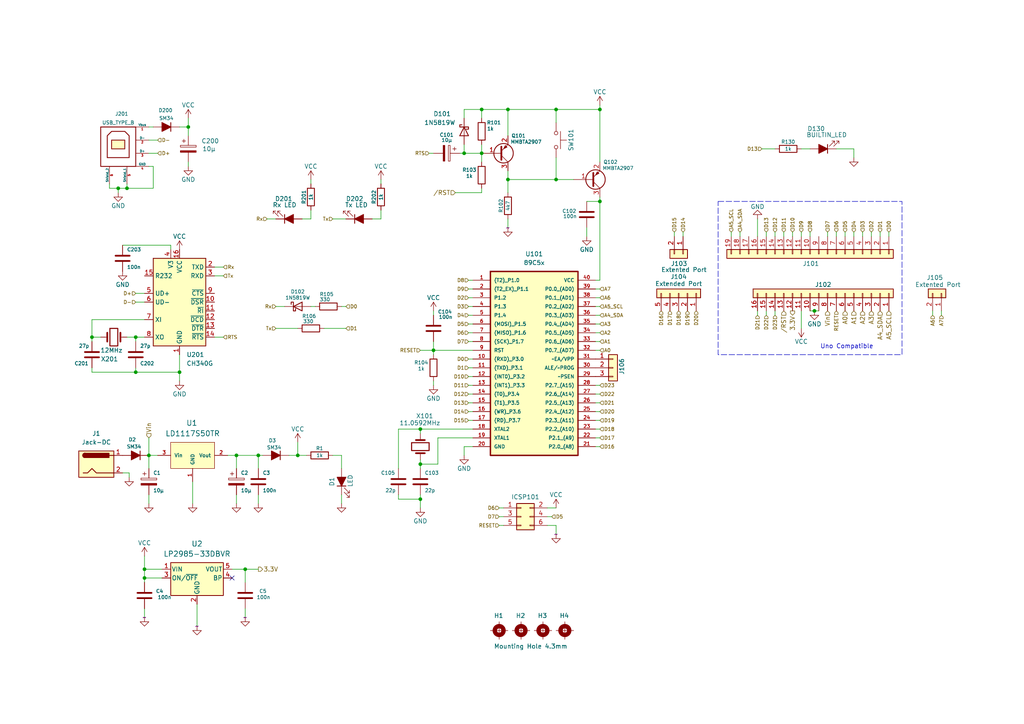
<source format=kicad_sch>
(kicad_sch (version 20231120) (generator "eeschema") (generator_version "8.0")
  (paper "A4")
  (title_block (title "Ardui89 Cinque Uno") (date "2024-06-18") (rev "1") (company "C. BARBATO") (comment 1 "A892407"))
  (junction (at 161.29 52.07))
  (junction (at 43.18 132.08))
  (junction (at 68.58 132.08))
  (junction (at 236.22 90.17))
  (junction (at 125.73 101.6))
  (junction (at 139.7 31.75))
  (junction (at 139.7 44.45))
  (junction (at 39.37 107.95))
  (junction (at 161.29 31.75))
  (junction (at 52.07 107.95))
  (junction (at 173.99 31.75))
  (junction (at 39.37 97.79))
  (junction (at 26.67 97.79))
  (junction (at 121.92 144.78))
  (junction (at 54.61 36.83))
  (junction (at 147.32 52.07))
  (junction (at 41.91 165.1))
  (junction (at 74.93 132.08))
  (junction (at 134.62 44.45))
  (junction (at 121.92 134.62))
  (junction (at 41.91 167.64))
  (junction (at 121.92 124.46))
  (junction (at 71.12 165.1))
  (junction (at 34.29 54.61))
  (junction (at 36.83 54.61))
  (junction (at 173.99 58.42))
  (junction (at 86.36 132.08))
  (junction (at 147.32 31.75))
  (no_connect (at 67.31 167.64))
  (wire (pts (xy 74.93 143.51) (xy 74.93 146.05)))
  (wire (pts (xy 43.18 132.08) (xy 43.18 135.89)))
  (wire (pts (xy 125.73 110.49) (xy 125.73 111.76)))
  (wire (pts (xy 195.58 68.58) (xy 195.58 67.31)))
  (wire (pts (xy 144.78 152.4) (xy 146.05 152.4)))
  (wire (pts (xy 39.37 107.95) (xy 39.37 106.68)))
  (wire (pts (xy 147.32 31.75) (xy 161.29 31.75)))
  (wire (pts (xy 173.99 93.98) (xy 172.72 93.98)))
  (wire (pts (xy 124.46 44.45) (xy 125.73 44.45)))
  (wire (pts (xy 161.29 52.07) (xy 166.37 52.07)))
  (wire (pts (xy 115.57 124.46) (xy 121.92 124.46)))
  (wire (pts (xy 161.29 31.75) (xy 161.29 35.56)))
  (wire (pts (xy 242.57 67.31) (xy 242.57 68.58)))
  (wire (pts (xy 173.99 83.82) (xy 172.72 83.82)))
  (wire (pts (xy 252.73 67.31) (xy 252.73 68.58)))
  (wire (pts (xy 161.29 31.75) (xy 173.99 31.75)))
  (wire (pts (xy 39.37 97.79) (xy 36.83 97.79)))
  (wire (pts (xy 135.89 106.68) (xy 137.16 106.68)))
  (wire (pts (xy 173.99 88.9) (xy 172.72 88.9)))
  (wire (pts (xy 173.99 31.75) (xy 173.99 46.99)))
  (wire (pts (xy 147.32 31.75) (xy 147.32 39.37)))
  (wire (pts (xy 173.99 101.6) (xy 172.72 101.6)))
  (wire (pts (xy 26.67 92.71) (xy 26.67 97.79)))
  (wire (pts (xy 121.92 133.35) (xy 121.92 134.62)))
  (wire (pts (xy 39.37 85.09) (xy 41.91 85.09)))
  (wire (pts (xy 41.91 161.29) (xy 41.91 165.1)))
  (wire (pts (xy 110.49 60.96) (xy 110.49 63.5)))
  (wire (pts (xy 240.03 67.31) (xy 240.03 68.58)))
  (wire (pts (xy 173.99 96.52) (xy 172.72 96.52)))
  (wire (pts (xy 43.18 44.45) (xy 45.72 44.45)))
  (wire (pts (xy 121.92 143.51) (xy 121.92 144.78)))
  (wire (pts (xy 88.9 132.08) (xy 86.36 132.08)))
  (wire (pts (xy 37.465 138.43) (xy 37.465 137.16)))
  (wire (pts (xy 110.49 52.07) (xy 110.49 53.34)))
  (wire (pts (xy 219.71 63.5) (xy 219.71 68.58)))
  (wire (pts (xy 90.17 88.9) (xy 91.44 88.9)))
  (wire (pts (xy 250.19 67.31) (xy 250.19 68.58)))
  (wire (pts (xy 62.23 97.79) (xy 64.77 97.79)))
  (wire (pts (xy 36.83 54.61) (xy 44.45 54.61)))
  (wire (pts (xy 139.7 31.75) (xy 139.7 34.29)))
  (wire (pts (xy 232.41 43.18) (xy 234.95 43.18)))
  (wire (pts (xy 99.06 132.08) (xy 99.06 135.89)))
  (wire (pts (xy 219.71 91.44) (xy 219.71 90.17)))
  (wire (pts (xy 41.91 167.64) (xy 41.91 168.91)))
  (wire (pts (xy 43.18 48.26) (xy 44.45 48.26)))
  (wire (pts (xy 96.52 63.5) (xy 100.33 63.5)))
  (wire (pts (xy 125.73 90.17) (xy 125.73 91.44)))
  (wire (pts (xy 247.65 67.31) (xy 247.65 68.58)))
  (wire (pts (xy 41.91 165.1) (xy 41.91 167.64)))
  (wire (pts (xy 121.92 134.62) (xy 121.92 135.89)))
  (wire (pts (xy 80.01 95.25) (xy 86.36 95.25)))
  (wire (pts (xy 41.91 167.64) (xy 46.99 167.64)))
  (wire (pts (xy 245.11 67.31) (xy 245.11 68.58)))
  (wire (pts (xy 139.7 44.45) (xy 143.51 44.45)))
  (wire (pts (xy 71.12 176.53) (xy 71.12 179.07)))
  (wire (pts (xy 90.17 52.07) (xy 90.17 53.34)))
  (wire (pts (xy 121.92 134.62) (xy 127 134.62)))
  (wire (pts (xy 115.57 144.78) (xy 115.57 143.51)))
  (wire (pts (xy 139.7 46.99) (xy 139.7 44.45)))
  (wire (pts (xy 144.78 149.86) (xy 146.05 149.86)))
  (wire (pts (xy 158.75 147.32) (xy 161.29 147.32)))
  (wire (pts (xy 34.29 55.88) (xy 34.29 54.61)))
  (wire (pts (xy 43.18 127) (xy 43.18 132.08)))
  (wire (pts (xy 26.67 97.79) (xy 26.67 99.06)))
  (wire (pts (xy 99.06 143.51) (xy 99.06 146.05)))
  (wire (pts (xy 39.37 97.79) (xy 39.37 99.06)))
  (wire (pts (xy 232.41 67.31) (xy 232.41 68.58)))
  (wire (pts (xy 74.93 132.08) (xy 76.2 132.08)))
  (wire (pts (xy 173.99 99.06) (xy 172.72 99.06)))
  (wire (pts (xy 137.16 114.3) (xy 135.89 114.3)))
  (wire (pts (xy 121.92 144.78) (xy 121.92 147.32)))
  (wire (pts (xy 135.89 93.98) (xy 137.16 93.98)))
  (wire (pts (xy 121.92 124.46) (xy 137.16 124.46)))
  (wire (pts (xy 52.07 110.49) (xy 52.07 107.95)))
  (wire (pts (xy 49.53 71.12) (xy 49.53 72.39)))
  (wire (pts (xy 198.12 68.58) (xy 198.12 67.31)))
  (wire (pts (xy 214.63 67.31) (xy 214.63 68.58)))
  (wire (pts (xy 134.62 31.75) (xy 139.7 31.75)))
  (wire (pts (xy 125.73 101.6) (xy 125.73 102.87)))
  (wire (pts (xy 62.23 77.47) (xy 64.77 77.47)))
  (wire (pts (xy 212.09 67.31) (xy 212.09 68.58)))
  (wire (pts (xy 43.18 36.83) (xy 44.45 36.83)))
  (wire (pts (xy 158.75 149.86) (xy 160.02 149.86)))
  (wire (pts (xy 35.56 71.12) (xy 49.53 71.12)))
  (wire (pts (xy 45.72 40.64) (xy 43.18 40.64)))
  (wire (pts (xy 135.89 104.14) (xy 137.16 104.14)))
  (wire (pts (xy 134.62 34.29) (xy 134.62 31.75)))
  (wire (pts (xy 67.31 165.1) (xy 71.12 165.1)))
  (wire (pts (xy 68.58 132.08) (xy 74.93 132.08)))
  (wire (pts (xy 125.73 99.06) (xy 125.73 101.6)))
  (wire (pts (xy 247.65 45.72) (xy 247.65 43.18)))
  (wire (pts (xy 121.92 144.78) (xy 115.57 144.78)))
  (wire (pts (xy 173.99 121.92) (xy 172.72 121.92)))
  (wire (pts (xy 39.37 97.79) (xy 41.91 97.79)))
  (wire (pts (xy 139.7 31.75) (xy 147.32 31.75)))
  (wire (pts (xy 66.04 132.08) (xy 68.58 132.08)))
  (wire (pts (xy 173.99 114.3) (xy 172.72 114.3)))
  (wire (pts (xy 147.32 52.07) (xy 147.32 55.88)))
  (wire (pts (xy 37.465 137.16) (xy 35.56 137.16)))
  (wire (pts (xy 137.16 116.84) (xy 135.89 116.84)))
  (wire (pts (xy 135.89 86.36) (xy 137.16 86.36)))
  (wire (pts (xy 135.89 81.28) (xy 137.16 81.28)))
  (wire (pts (xy 134.62 129.54) (xy 134.62 132.08)))
  (wire (pts (xy 134.62 129.54) (xy 137.16 129.54)))
  (wire (pts (xy 135.89 99.06) (xy 137.16 99.06)))
  (wire (pts (xy 173.99 30.48) (xy 173.99 31.75)))
  (wire (pts (xy 161.29 152.4) (xy 161.29 154.94)))
  (wire (pts (xy 173.99 81.28) (xy 172.72 81.28)))
  (wire (pts (xy 132.08 55.88) (xy 139.7 55.88)))
  (wire (pts (xy 137.16 127) (xy 127 127)))
  (wire (pts (xy 137.16 121.92) (xy 135.89 121.92)))
  (wire (pts (xy 31.75 54.61) (xy 34.29 54.61)))
  (wire (pts (xy 55.88 146.05) (xy 55.88 139.7)))
  (wire (pts (xy 270.51 90.17) (xy 270.51 91.44)))
  (wire (pts (xy 222.25 68.58) (xy 222.25 67.31)))
  (wire (pts (xy 82.55 88.9) (xy 80.01 88.9)))
  (wire (pts (xy 173.99 86.36) (xy 172.72 86.36)))
  (wire (pts (xy 173.99 129.54) (xy 172.72 129.54)))
  (wire (pts (xy 99.06 88.9) (xy 100.33 88.9)))
  (wire (pts (xy 127 127) (xy 127 134.62)))
  (wire (pts (xy 71.12 165.1) (xy 74.93 165.1)))
  (wire (pts (xy 43.18 132.08) (xy 45.72 132.08)))
  (wire (pts (xy 139.7 55.88) (xy 139.7 54.61)))
  (wire (pts (xy 39.37 107.95) (xy 26.67 107.95)))
  (wire (pts (xy 257.81 67.31) (xy 257.81 68.58)))
  (wire (pts (xy 52.07 102.87) (xy 52.07 107.95)))
  (wire (pts (xy 247.65 43.18) (xy 242.57 43.18)))
  (wire (pts (xy 115.57 135.89) (xy 115.57 124.46)))
  (wire (pts (xy 86.36 128.27) (xy 86.36 132.08)))
  (wire (pts (xy 43.18 143.51) (xy 43.18 146.05)))
  (wire (pts (xy 236.22 90.17) (xy 237.49 90.17)))
  (wire (pts (xy 134.62 44.45) (xy 139.7 44.45)))
  (wire (pts (xy 227.33 68.58) (xy 227.33 67.31)))
  (wire (pts (xy 173.99 119.38) (xy 172.72 119.38)))
  (wire (pts (xy 222.25 91.44) (xy 222.25 90.17)))
  (wire (pts (xy 57.15 175.26) (xy 57.15 181.61)))
  (wire (pts (xy 137.16 88.9) (xy 135.89 88.9)))
  (wire (pts (xy 134.62 41.91) (xy 134.62 44.45)))
  (wire (pts (xy 31.75 53.34) (xy 31.75 54.61)))
  (wire (pts (xy 137.16 119.38) (xy 135.89 119.38)))
  (wire (pts (xy 170.18 66.04) (xy 170.18 68.58)))
  (wire (pts (xy 224.79 68.58) (xy 224.79 67.31)))
  (wire (pts (xy 234.95 90.17) (xy 236.22 90.17)))
  (wire (pts (xy 80.01 63.5) (xy 77.47 63.5)))
  (wire (pts (xy 110.49 63.5) (xy 107.95 63.5)))
  (wire (pts (xy 68.58 143.51) (xy 68.58 146.05)))
  (wire (pts (xy 54.61 34.29) (xy 54.61 36.83)))
  (wire (pts (xy 36.83 53.34) (xy 36.83 54.61)))
  (wire (pts (xy 39.37 87.63) (xy 41.91 87.63)))
  (wire (pts (xy 52.07 36.83) (xy 54.61 36.83)))
  (wire (pts (xy 158.75 152.4) (xy 161.29 152.4)))
  (wire (pts (xy 224.79 43.18) (xy 220.98 43.18)))
  (wire (pts (xy 147.32 49.53) (xy 147.32 52.07)))
  (wire (pts (xy 39.37 107.95) (xy 52.07 107.95)))
  (wire (pts (xy 137.16 111.76) (xy 135.89 111.76)))
  (wire (pts (xy 173.99 58.42) (xy 173.99 81.28)))
  (wire (pts (xy 229.87 67.31) (xy 229.87 68.58)))
  (wire (pts (xy 125.73 101.6) (xy 137.16 101.6)))
  (wire (pts (xy 234.95 67.31) (xy 234.95 68.58)))
  (wire (pts (xy 34.29 54.61) (xy 36.83 54.61)))
  (wire (pts (xy 147.32 52.07) (xy 161.29 52.07)))
  (wire (pts (xy 161.29 45.72) (xy 161.29 52.07)))
  (wire (pts (xy 44.45 48.26) (xy 44.45 54.61)))
  (wire (pts (xy 224.79 91.44) (xy 224.79 90.17)))
  (wire (pts (xy 41.91 176.53) (xy 41.91 179.07)))
  (wire (pts (xy 135.89 83.82) (xy 137.16 83.82)))
  (wire (pts (xy 121.92 101.6) (xy 125.73 101.6)))
  (wire (pts (xy 147.32 63.5) (xy 147.32 66.04)))
  (wire (pts (xy 173.99 57.15) (xy 173.99 58.42)))
  (wire (pts (xy 273.05 90.17) (xy 273.05 91.44)))
  (wire (pts (xy 41.91 165.1) (xy 46.99 165.1)))
  (wire (pts (xy 62.23 80.01) (xy 64.77 80.01)))
  (wire (pts (xy 74.93 132.08) (xy 74.93 135.89)))
  (wire (pts (xy 170.18 58.42) (xy 173.99 58.42)))
  (wire (pts (xy 54.61 46.99) (xy 54.61 48.26)))
  (wire (pts (xy 173.99 116.84) (xy 172.72 116.84)))
  (wire (pts (xy 86.36 132.08) (xy 83.82 132.08)))
  (wire (pts (xy 96.52 132.08) (xy 99.06 132.08)))
  (wire (pts (xy 133.35 44.45) (xy 134.62 44.45)))
  (wire (pts (xy 26.67 107.95) (xy 26.67 106.68)))
  (wire (pts (xy 173.99 127) (xy 172.72 127)))
  (wire (pts (xy 135.89 96.52) (xy 137.16 96.52)))
  (wire (pts (xy 232.41 90.17) (xy 232.41 95.25)))
  (wire (pts (xy 90.17 63.5) (xy 87.63 63.5)))
  (wire (pts (xy 29.21 97.79) (xy 26.67 97.79)))
  (wire (pts (xy 139.7 41.91) (xy 139.7 44.45)))
  (wire (pts (xy 135.89 91.44) (xy 137.16 91.44)))
  (wire (pts (xy 144.78 147.32) (xy 146.05 147.32)))
  (wire (pts (xy 93.98 95.25) (xy 100.33 95.25)))
  (wire (pts (xy 54.61 36.83) (xy 54.61 39.37)))
  (wire (pts (xy 71.12 165.1) (xy 71.12 168.91)))
  (wire (pts (xy 90.17 60.96) (xy 90.17 63.5)))
  (wire (pts (xy 68.58 132.08) (xy 68.58 135.89)))
  (wire (pts (xy 173.99 91.44) (xy 172.72 91.44)))
  (wire (pts (xy 26.67 92.71) (xy 41.91 92.71)))
  (wire (pts (xy 173.99 111.76) (xy 172.72 111.76)))
  (wire (pts (xy 135.89 109.22) (xy 137.16 109.22)))
  (wire (pts (xy 255.27 67.31) (xy 255.27 68.58)))
  (wire (pts (xy 121.92 125.73) (xy 121.92 124.46)))
  (wire (pts (xy 173.99 124.46) (xy 172.72 124.46)))
  (rectangle (start 208.28 58.42) (end 261.62 102.87) (stroke (width 0) (type dash)))
  (text "Uno Compatible" (at 245.618 100.584 0) (effects (font (size 1.27 1.27))))
  (hierarchical_label "D6" (shape input) (at 144.78 147.32 180) (effects (font (size 1.016 1.016))))
  (hierarchical_label "A5_SCL" (shape input) (at 173.99 88.9 0) (effects (font (size 1.016 1.016))))
  (hierarchical_label "{slash}RST" (shape input) (at 227.33 90.17 270))
  (hierarchical_label "D7" (shape input) (at 240.03 67.31 90) (effects (font (size 1.016 1.016))))
  (hierarchical_label "D16" (shape input) (at 191.77 90.17 270) (effects (font (size 1.016 1.016))))
  (hierarchical_label "D8" (shape input) (at 234.95 67.31 90) (effects (font (size 1.016 1.016))))
  (hierarchical_label "A3" (shape input) (at 252.73 90.17 270))
  (hierarchical_label "D6" (shape input) (at 242.57 67.31 90) (effects (font (size 1.016 1.016))))
  (hierarchical_label "D14" (shape input) (at 135.89 119.38 180) (effects (font (size 1.016 1.016))))
  (hierarchical_label "D+" (shape input) (at 45.72 44.45 0) (effects (font (size 1.016 1.016))))
  (hierarchical_label "D19" (shape input) (at 199.39 90.17 270) (effects (font (size 1.016 1.016))))
  (hierarchical_label "Tx" (shape input) (at 80.01 95.25 180) (effects (font (size 1.016 1.016))))
  (hierarchical_label "D4" (shape input) (at 247.65 67.31 90) (effects (font (size 1.016 1.016))))
  (hierarchical_label "Rx" (shape input) (at 77.47 63.5 180) (effects (font (size 1.016 1.016))))
  (hierarchical_label "A6" (shape input) (at 270.51 91.44 270) (effects (font (size 1.016 1.016))))
  (hierarchical_label "D3" (shape input) (at 250.19 67.31 90) (effects (font (size 1.016 1.016))))
  (hierarchical_label "D23" (shape input) (at 173.99 111.76 0) (effects (font (size 1.016 1.016))))
  (hierarchical_label "D23" (shape input) (at 224.79 91.44 270) (effects (font (size 1.016 1.016))))
  (hierarchical_label "D2" (shape input) (at 252.73 67.31 90) (effects (font (size 1.016 1.016))))
  (hierarchical_label "D13" (shape input) (at 220.98 43.18 180) (effects (font (size 1.016 1.016))))
  (hierarchical_label "D10" (shape input) (at 135.89 109.22 180) (effects (font (size 1.016 1.016))))
  (hierarchical_label "D11" (shape input) (at 135.89 111.76 180) (effects (font (size 1.016 1.016))))
  (hierarchical_label "D21" (shape input) (at 173.99 116.84 0) (effects (font (size 1.016 1.016))))
  (hierarchical_label "D+" (shape input) (at 39.37 85.09 180) (effects (font (size 1.016 1.016))))
  (hierarchical_label "D-" (shape input) (at 45.72 40.64 0) (effects (font (size 1.016 1.016))))
  (hierarchical_label "D22" (shape input) (at 173.99 114.3 0) (effects (font (size 1.016 1.016))))
  (hierarchical_label "D9" (shape input) (at 232.41 67.31 90) (effects (font (size 1.016 1.016))))
  (hierarchical_label "D1" (shape input) (at 135.89 106.68 180) (effects (font (size 1.016 1.016))))
  (hierarchical_label "A5_SCL" (shape input) (at 257.81 90.17 270))
  (hierarchical_label "RTS" (shape input) (at 124.46 44.45 180) (effects (font (size 1.016 1.016))))
  (hierarchical_label "{slash}RST" (shape input) (at 132.08 55.88 180))
  (hierarchical_label "D10" (shape input) (at 229.87 67.31 90) (effects (font (size 1.016 1.016))))
  (hierarchical_label "Tx" (shape input) (at 64.77 80.01 0) (effects (font (size 1.016 1.016))))
  (hierarchical_label "A1" (shape input) (at 247.65 90.17 270))
  (hierarchical_label "D12" (shape input) (at 135.89 114.3 180) (effects (font (size 1.016 1.016))))
  (hierarchical_label "D19" (shape input) (at 173.99 121.92 0) (effects (font (size 1.016 1.016))))
  (hierarchical_label "Tx" (shape input) (at 96.52 63.5 180) (effects (font (size 1.016 1.016))))
  (hierarchical_label "D11" (shape input) (at 227.33 67.31 90) (effects (font (size 1.016 1.016))))
  (hierarchical_label "A7" (shape input) (at 173.99 83.82 0) (effects (font (size 1.016 1.016))))
  (hierarchical_label "D12" (shape input) (at 224.79 67.31 90) (effects (font (size 1.016 1.016))))
  (hierarchical_label "Vin" (shape input) (at 240.03 90.17 270))
  (hierarchical_label "D17" (shape input) (at 173.99 127 0) (effects (font (size 1.016 1.016))))
  (hierarchical_label "D0" (shape input) (at 257.81 67.31 90) (effects (font (size 1.016 1.016))))
  (hierarchical_label "RTS" (shape input) (at 64.77 97.79 0) (effects (font (size 1.016 1.016))))
  (hierarchical_label "A0" (shape input) (at 173.99 101.6 0) (effects (font (size 1.016 1.016))))
  (hierarchical_label "A4_SDA" (shape input) (at 173.99 91.44 0) (effects (font (size 1.016 1.016))))
  (hierarchical_label "D20" (shape input) (at 173.99 119.38 0) (effects (font (size 1.016 1.016))))
  (hierarchical_label "D9" (shape input) (at 135.89 83.82 180) (effects (font (size 1.016 1.016))))
  (hierarchical_label "D0" (shape input) (at 100.33 88.9 0) (effects (font (size 1.016 1.016))))
  (hierarchical_label "D7" (shape input) (at 135.89 99.06 180) (effects (font (size 1.016 1.016))))
  (hierarchical_label "D1" (shape input) (at 100.33 95.25 0) (effects (font (size 1.016 1.016))))
  (hierarchical_label "D13" (shape input) (at 222.25 67.31 90) (effects (font (size 1.016 1.016))))
  (hierarchical_label "3.3V" (shape output) (at 74.93 165.1 0))
  (hierarchical_label "3.3V" (shape output) (at 229.87 90.17 270))
  (hierarchical_label "D21" (shape input) (at 219.71 91.44 270) (effects (font (size 1.016 1.016))))
  (hierarchical_label "A0" (shape input) (at 245.11 90.17 270))
  (hierarchical_label "D16" (shape input) (at 173.99 129.54 0) (effects (font (size 1.016 1.016))))
  (hierarchical_label "D1" (shape input) (at 255.27 67.31 90) (effects (font (size 1.016 1.016))))
  (hierarchical_label "D7" (shape input) (at 144.78 149.86 180) (effects (font (size 1.016 1.016))))
  (hierarchical_label "A5_SCL" (shape input) (at 212.09 67.31 90) (effects (font (size 1.016 1.016))))
  (hierarchical_label "RESET" (shape input) (at 242.57 90.17 270) (effects (font (size 1.016 1.016))))
  (hierarchical_label "A4_SDA" (shape input) (at 214.63 67.31 90) (effects (font (size 1.016 1.016))))
  (hierarchical_label "D20" (shape input) (at 201.93 90.17 270) (effects (font (size 1.016 1.016))))
  (hierarchical_label "A2" (shape input) (at 250.19 90.17 270))
  (hierarchical_label "D18" (shape input) (at 196.85 90.17 270) (effects (font (size 1.016 1.016))))
  (hierarchical_label "D6" (shape input) (at 135.89 96.52 180) (effects (font (size 1.016 1.016))))
  (hierarchical_label "D5" (shape input) (at 135.89 93.98 180) (effects (font (size 1.016 1.016))))
  (hierarchical_label "D5" (shape input) (at 245.11 67.31 90) (effects (font (size 1.016 1.016))))
  (hierarchical_label "A1" (shape input) (at 173.99 99.06 0) (effects (font (size 1.016 1.016))))
  (hierarchical_label "Rx" (shape input) (at 64.77 77.47 0) (effects (font (size 1.016 1.016))))
  (hierarchical_label "D2" (shape input) (at 135.89 86.36 180) (effects (font (size 1.016 1.016))))
  (hierarchical_label "D3" (shape input) (at 135.89 88.9 180) (effects (font (size 1.016 1.016))))
  (hierarchical_label "D18" (shape input) (at 173.99 124.46 0) (effects (font (size 1.016 1.016))))
  (hierarchical_label "Vin" (shape input) (at 43.18 127 90))
  (hierarchical_label "D17" (shape input) (at 194.31 90.17 270) (effects (font (size 1.016 1.016))))
  (hierarchical_label "D8" (shape input) (at 135.89 81.28 180) (effects (font (size 1.016 1.016))))
  (hierarchical_label "D15" (shape input) (at 195.58 67.31 90) (effects (font (size 1.016 1.016))))
  (hierarchical_label "A3" (shape input) (at 173.99 93.98 0) (effects (font (size 1.016 1.016))))
  (hierarchical_label "D22" (shape input) (at 222.25 91.44 270) (effects (font (size 1.016 1.016))))
  (hierarchical_label "D15" (shape input) (at 135.89 121.92 180) (effects (font (size 1.016 1.016))))
  (hierarchical_label "D13" (shape input) (at 135.89 116.84 180) (effects (font (size 1.016 1.016))))
  (hierarchical_label "D14" (shape input) (at 198.12 67.31 90) (effects (font (size 1.016 1.016))))
  (hierarchical_label "RESET" (shape input) (at 144.78 152.4 180) (effects (font (size 1.016 1.016))))
  (hierarchical_label "D5" (shape input) (at 160.02 149.86 0) (effects (font (size 1.016 1.016))))
  (hierarchical_label "A7" (shape input) (at 273.05 91.44 270) (effects (font (size 1.016 1.016))))
  (hierarchical_label "Rx" (shape input) (at 80.01 88.9 180) (effects (font (size 1.016 1.016))))
  (hierarchical_label "A6" (shape input) (at 173.99 86.36 0) (effects (font (size 1.016 1.016))))
  (hierarchical_label "D-" (shape input) (at 39.37 87.63 180) (effects (font (size 1.016 1.016))))
  (hierarchical_label "A2" (shape input) (at 173.99 96.52 0) (effects (font (size 1.016 1.016))))
  (hierarchical_label "A4_SDA" (shape input) (at 255.27 90.17 270))
  (hierarchical_label "D4" (shape input) (at 135.89 91.44 180) (effects (font (size 1.016 1.016))))
  (hierarchical_label "RESET" (shape input) (at 121.92 101.6 180) (effects (font (size 1.016 1.016))))
  (hierarchical_label "D0" (shape input) (at 135.89 104.14 180) (effects (font (size 1.016 1.016))))
  (symbol (lib_id "Device:LED_Filled") (at 104.14 63.5 0) (mirror x) (unit 1)
    (property "Reference" "D202" (at 102.87 57.658 0))
    (property "Value" "Tx LED" (at 103.378 59.436 0))
    (property "Footprint" "Diode_SMD:D_1206_3216Metric_Pad1.42x1.75mm_HandSolder" (effects (hide yes)))
    (property "Datasheet" "http://www.osram-os.com/Graphics/XPic9/00078860_0.pdf" (effects (hide yes)))
    (property "Description" "Power On Green LED" (effects (hide yes)))
    (property "Characteristics" "LED CHIPLED 570NM GREEN" (effects (hide yes)))
    (property "MFN" "OSRAM Opto" (effects (hide yes)))
    (property "Package ID" "SMD_0805" (effects (hide yes)))
    (property "Source" "ANY" (effects (hide yes)))
    (property "Critical" "N" (effects (hide yes)))
    (property "Subsystem" "Voltage_Reg" (effects (hide yes)))
    (property "MPN" "LG R971-KN-1" (effects (hide yes)))
  )
  (symbol (lib_id "Connector_Generic:Conn_01x02") (at 198.12 73.66 270) (unit 1)
    (property "Reference" "J103" (at 194.564 76.454 90) (effects (justify left)))
    (property "Value" "Extented Port" (at 191.77 78.232 90) (effects (justify left)))
    (property "Footprint" "Connector_PinSocket_2.54mm:PinSocket_1x02_P2.54mm_Vertical" (effects (hide yes)))
    (property "Description" "Generic connector, single row, 01x02, script generated (kicad-library-utils/schlib/autogen/connector/)" (effects (hide yes)))
  )
  (symbol (lib_id "power:GND") (at 134.62 132.08 0) (unit 1)
    (property "Reference" "#PWR0202" (effects (hide yes)))
    (property "Value" "GND" (at 134.62 135.89 0))
  )
  (symbol (lib_id "power:VCC") (at 173.99 30.48 0) (unit 1)
    (property "Reference" "#PWR0102" (effects (hide yes)))
    (property "Value" "VCC" (at 173.99 26.67 0))
  )
  (symbol (lib_id "Connector_Generic:Conn_01x05") (at 196.85 85.09 270) (mirror x) (unit 1)
    (property "Reference" "J104" (at 196.85 80.264 90))
    (property "Value" "Extended Port" (at 196.85 82.296 90))
    (property "Footprint" "Connector_PinSocket_2.54mm:PinSocket_1x05_P2.54mm_Vertical" (effects (hide yes)))
    (property "Description" "Generic connector, single row, 01x05, script generated (kicad-library-utils/schlib/autogen/connector/)" (effects (hide yes)))
  )
  (symbol (lib_name "MountingHole_1") (lib_id "Mechanical:MountingHole") (at 157.48 182.88 0) (unit 1)
    (property "Reference" "H3" (at 155.956 178.562 0) (effects (justify left)))
    (property "Value" "MountingHole" (effects (hide yes)))
    (property "Footprint" "MountingHole:MountingHole_4.3mm_M4_DIN965" (effects (hide yes)))
  )
  (symbol (lib_id "Device:C_Polarized") (at 129.54 44.45 270) (unit 1)
    (property "Reference" "C101" (at 127.508 39.116 90) (effects (font (size 1.016 1.016)) (justify left)))
    (property "Value" "10µ" (at 128.016 40.64 90) (effects (font (size 1.016 1.016)) (justify left)))
    (property "Footprint" "BACKCIEL:C_1206_POL_3216Metric_Pad1.33x1.80mm_HandSolder" (effects (hide yes)))
  )
  (symbol (lib_id "Device:C") (at 26.67 102.87 0) (unit 1)
    (property "Reference" "C201" (at 21.59 105.41 0) (effects (font (size 1.016 1.016)) (justify left)))
    (property "Value" "27p" (at 22.86 100.33 0) (effects (font (size 1.016 1.016)) (justify left)))
    (property "Footprint" "Capacitor_SMD:C_1206_3216Metric_Pad1.33x1.80mm_HandSolder" (effects (hide yes)))
    (property "Datasheet" "http://images.ihscontent.net/vipimages/VipMasterIC/IC/KEME/KEMES10043/KEMES10043-1.pdf" (effects (hide yes)))
    (property "Description" "ATMEGA328P VCC and AVCC Bypass Cap" (effects (hide yes)))
    (property "Characteristics" "CAPACITOR, CERAMIC, MULTILAYER, 100 V, X7R, 0.1 uF, SURFACE MOUNT, 0805, CHIP, ROHS COMPLIANT" (effects (hide yes)))
    (property "MFN" "Kemet" (effects (hide yes)))
    (property "Package ID" "SMD_0805" (effects (hide yes)))
    (property "Source" "ANY" (effects (hide yes)))
    (property "Critical" "N" (effects (hide yes)))
    (property "Subsystem" "328P_Sub" (effects (hide yes)))
    (property "MPN" "C0805C104K1RACAUTO" (effects (hide yes)))
  )
  (symbol (lib_id "Arduino_Uno_R3_From_Scratch-rescue:GND-power") (at 161.29 154.94 0) (unit 1)
    (property "Reference" "#PWR016" (effects (hide yes)))
    (property "Value" "GND" (effects (hide yes)))
    (property "Footprint" "~" (at 161.29 154.94 0) (effects (font (size 1.524 1.524))))
    (property "Datasheet" "~" (at 161.29 154.94 0) (effects (font (size 1.524 1.524))))
    (property "Source" "ANY" (effects (hide yes)))
    (property "Critical" "N" (effects (hide yes)))
  )
  (symbol (lib_id "Device:C") (at 71.12 172.72 0) (unit 1)
    (property "Reference" "C5" (at 75.184 171.45 0) (effects (font (size 1.016 1.016)) (justify left)))
    (property "Value" "100n" (at 74.422 173.228 0) (effects (font (size 1.016 1.016)) (justify left)))
    (property "Footprint" "Capacitor_SMD:C_1206_3216Metric_Pad1.33x1.80mm_HandSolder" (effects (hide yes)))
    (property "Datasheet" "http://product.tdk.com/en/catalog/datasheets/mlcc_commercial_general_en.pdf" (effects (hide yes)))
    (property "Description" "2.2uF 3V3 LDO Output Cap" (effects (hide yes)))
    (property "Characteristics" "CAP CER 2.2UF 16V X7R 0805" (effects (hide yes)))
    (property "MFN" "TDK Corporation" (effects (hide yes)))
    (property "Package ID" "SMD_0805" (effects (hide yes)))
    (property "Source" "ANY" (effects (hide yes)))
    (property "Critical" "Y" (effects (hide yes)))
    (property "Subsystem" "Voltage_Mgmt" (effects (hide yes)))
    (property "Notes" "Must be between 0.001 and 1Ω ESR" (effects (hide yes)))
    (property "MPN" "C2012X7R1C225K125AB" (effects (hide yes)))
  )
  (symbol (lib_id "Device:Crystal") (at 33.02 97.79 180) (unit 1)
    (property "Reference" "X201" (at 34.29 104.14 0) (effects (justify left)))
    (property "Value" "12MHz" (at 35.56 101.6 0) (effects (justify left)))
    (property "Footprint" "Crystal:Crystal_HC49-4H_Vertical" (effects (hide yes)))
  )
  (symbol (lib_id "Device:R") (at 228.6 43.18 270) (unit 1)
    (property "Reference" "R130" (at 228.6 41.148 90) (effects (font (size 1.016 1.016))))
    (property "Value" "1k" (at 228.6 43.18 90) (effects (font (size 1.016 1.016))))
    (property "Footprint" "Resistor_SMD:R_1206_3216Metric_Pad1.30x1.75mm_HandSolder" (effects (hide yes)))
    (property "Datasheet" "http://www.yageo.com/pdf/Pu-RC0805_51_PbFree_L_2.pdf" (effects (hide yes)))
    (property "Description" "Power On LED Resistor" (effects (hide yes)))
    (property "Characteristics" "RESISTOR, METAL GLAZE/THICK FILM, 0.125W, 1%, 100ppm, 510ohm, SURFACE MOUNT, 0805" (effects (hide yes)))
    (property "MFN" "Yageo" (effects (hide yes)))
    (property "Package ID" "SMD_0805" (effects (hide yes)))
    (property "Source" "ANY" (effects (hide yes)))
    (property "Critical" "N" (effects (hide yes)))
    (property "Subsystem" "Voltage_Reg" (effects (hide yes)))
    (property "MPN" "RC0805FR-07510RL" (effects (hide yes)))
  )
  (symbol (lib_id "power:VCC") (at 54.61 34.29 0) (unit 1)
    (property "Reference" "#PWR01" (effects (hide yes)))
    (property "Value" "VCC" (at 54.61 30.48 0))
  )
  (symbol (lib_id "power:GND") (at 170.18 68.58 0) (unit 1)
    (property "Reference" "#PWR021" (effects (hide yes)))
    (property "Value" "GND" (at 170.18 72.39 0))
  )
  (symbol (lib_id "Arduino_Uno_R3_From_Scratch-rescue:GND-power") (at 147.32 66.04 0) (unit 1)
    (property "Reference" "#PWR0104" (effects (hide yes)))
    (property "Value" "GND" (effects (hide yes)))
    (property "Footprint" "~" (at 147.32 66.04 0) (effects (font (size 1.524 1.524))))
    (property "Datasheet" "~" (at 147.32 66.04 0) (effects (font (size 1.524 1.524))))
    (property "Source" "ANY" (effects (hide yes)))
    (property "Critical" "N" (effects (hide yes)))
  )
  (symbol (lib_id "Arduino_Uno_R3_From_Scratch-rescue:GND-power") (at 71.12 179.07 0) (unit 1)
    (property "Reference" "#PWR017" (effects (hide yes)))
    (property "Value" "GND" (effects (hide yes)))
    (property "Footprint" "~" (at 71.12 179.07 0) (effects (font (size 1.524 1.524))))
    (property "Datasheet" "~" (at 71.12 179.07 0) (effects (font (size 1.524 1.524))))
    (property "Source" "ANY" (effects (hide yes)))
    (property "Critical" "N" (effects (hide yes)))
  )
  (symbol (lib_id "Arduino_Uno_R3_From_Scratch-rescue:GND-power") (at 99.06 146.05 0) (unit 1)
    (property "Reference" "#PWR012" (effects (hide yes)))
    (property "Value" "GND" (effects (hide yes)))
    (property "Source" "ANY" (effects (hide yes)))
    (property "Critical" "N" (effects (hide yes)))
  )
  (symbol (lib_id "Arduino_Uno_R3_From_Scratch:USB_TYPE_B") (at 34.29 41.91 0) (unit 1)
    (property "Reference" "J201" (at 35.306 33.02 0) (effects (font (size 1.016 1.016))))
    (property "Value" "USB_TYPE_B" (at 34.29 35.56 0) (effects (font (size 1.016 1.016))))
    (property "Footprint" "Connector_USB:USB_B_Lumberg_2411_02_Horizontal" (effects (hide yes)))
    (property "Datasheet" "http://images.ihscontent.net/vipimages/VipMasterIC/IC/TYEL/TYELS17825/TYELS17825-1.pdf" (effects (hide yes)))
    (property "Description" "USB Type-B Connector" (effects (hide yes)))
    (property "Characteristics" "4 CONTACT(S), FEMALE, RIGHT ANGLE USB TYPE-B CONNECTOR" (effects (hide yes)))
    (property "MFN" "TE Connectivity" (effects (hide yes)))
    (property "Package ID" "PTH" (effects (hide yes)))
    (property "Source" "ANY" (effects (hide yes)))
    (property "Critical" "Y" (effects (hide yes)))
    (property "Subsystem" "USB_Cnxn" (effects (hide yes)))
    (property "Notes" "Must match footprint" (effects (hide yes)))
    (property "MPN" "292304-1" (effects (hide yes)))
  )
  (symbol (lib_id "power:VCC") (at 52.07 72.39 0) (unit 1)
    (property "Reference" "#PWR0204" (effects (hide yes)))
    (property "Value" "VCC" (at 52.07 68.58 0))
  )
  (symbol (lib_id "power:GND") (at 54.61 48.26 0) (unit 1)
    (property "Reference" "#PWR0101" (effects (hide yes)))
    (property "Value" "GND" (at 54.61 52.07 0))
  )
  (symbol (lib_id "Device:C_Polarized") (at 43.18 139.7 0) (unit 1)
    (property "Reference" "C1" (at 44.45 137.16 0) (effects (font (size 1.016 1.016)) (justify left)))
    (property "Value" "10µ" (at 44.45 142.24 0) (effects (font (size 1.016 1.016)) (justify left)))
    (property "Footprint" "BACKCIEL:C_2512_Pol_Tantale_Trainning" (effects (hide yes)))
    (property "Datasheet" "http://images.ihscontent.net/vipimages/VipMasterIC/IC/BEYS/BEYSS04513/BEYSS04513-1.pdf" (effects (hide yes)))
    (property "Description" "47uF Low ESR LDO Input Cap" (effects (hide yes)))
    (property "Characteristics" "CAPACITOR, ALUMINUM ELECTROLYTIC, NON SOLID, POLARIZED, 50 V, 47 uF, SURFACE MOUNT, 3131, CHIP, ROHS COMPLIANT" (effects (hide yes)))
    (property "MFN" "Vishay" (effects (hide yes)))
    (property "Package ID" "SMD 5.0 x 5.0 x 5.3" (effects (hide yes)))
    (property "Source" "ANY" (effects (hide yes)))
    (property "Critical" "N" (effects (hide yes)))
    (property "Subsystem" "Voltage_Reg" (effects (hide yes)))
    (property "Notes" "ESR must fall between 0.33Ω and 22Ω" (effects (hide yes)))
    (property "MPN" "MAL215371479E3" (effects (hide yes)))
  )
  (symbol (lib_id "Connector_Generic:Conn_01x16") (at 240.03 85.09 270) (mirror x) (unit 1)
    (property "Reference" "J102" (at 238.76 82.55 90))
    (property "Value" "Conn_01x16" (effects (hide yes)))
    (property "Footprint" "BACKCIEL:Ardu89_Uno_Analog_Power_Connector" (effects (hide yes)))
    (property "Description" "Generic connector, single row, 01x16, script generated (kicad-library-utils/schlib/autogen/connector/)" (effects (hide yes)))
  )
  (symbol (lib_id "BACKCIEL:89C5x") (at 154.94 111.76 0) (unit 1)
    (property "Reference" "U101" (at 154.94 73.66 0))
    (property "Value" "89C5x" (at 154.94 76.2 0))
    (property "Footprint" "Package_DIP:DIP-40_W15.24mm_LongPads" (effects (hide yes)))
    (property "MF" "Cyril BARBATO" (effects (hide yes)))
    (property "Description_1" "\n8051 series Microcontroller IC 8-Bit 24MHz 8KB (8K x 8) FLASH 40-PDIP\n" (effects (hide yes)))
    (property "Package" "DIP-40" (effects (hide yes)))
    (property "Price" "None" (effects (hide yes)))
    (property "Check_prices" "https://www.snapeda.com/parts/AT89S5224PC/Microchip/view-part/?ref=eda" (effects (hide yes)))
    (property "SnapEDA_Link" "https://www.snapeda.com/parts/AT89S5224PC/Microchip/view-part/?ref=snap" (effects (hide yes)))
    (property "MP" "89C5x" (effects (hide yes)))
    (property "Availability" "In Stock" (effects (hide yes)))
    (property "Purchase-URL" "https://pricing.snapeda.com/search?q=AT89S52-24PC&ref=eda" (effects (hide yes)))
  )
  (symbol (lib_id "Device:C") (at 170.18 62.23 0) (unit 1)
    (property "Reference" "C102" (at 163.068 61.214 0) (effects (font (size 1.016 1.016)) (justify left)))
    (property "Value" "100n" (at 163.322 62.738 0) (effects (font (size 1.016 1.016)) (justify left)))
    (property "Footprint" "Capacitor_SMD:C_1206_3216Metric_Pad1.33x1.80mm_HandSolder" (effects (hide yes)))
    (property "Datasheet" "http://images.ihscontent.net/vipimages/VipMasterIC/IC/KEME/KEMES10043/KEMES10043-1.pdf" (effects (hide yes)))
    (property "Description" "ATMEGA328P VCC and AVCC Bypass Cap" (effects (hide yes)))
    (property "Characteristics" "CAPACITOR, CERAMIC, MULTILAYER, 100 V, X7R, 0.1 uF, SURFACE MOUNT, 0805, CHIP, ROHS COMPLIANT" (effects (hide yes)))
    (property "MFN" "Kemet" (effects (hide yes)))
    (property "Package ID" "SMD_0805" (effects (hide yes)))
    (property "Source" "ANY" (effects (hide yes)))
    (property "Critical" "N" (effects (hide yes)))
    (property "Subsystem" "328P_Sub" (effects (hide yes)))
    (property "MPN" "C0805C104K1RACAUTO" (effects (hide yes)))
  )
  (symbol (lib_id "Interface_USB:CH340G") (at 52.07 87.63 0) (unit 1)
    (property "Reference" "U201" (at 54.0894 102.87 0) (effects (justify left)))
    (property "Value" "CH340G" (at 54.0894 105.41 0) (effects (justify left)))
    (property "Footprint" "Package_SO:SOIC-16_3.9x9.9mm_P1.27mm" (effects (hide yes)))
    (property "Datasheet" "http://www.datasheet5.com/pdf-local-2195953" (effects (hide yes)))
  )
  (symbol (lib_id "Diode:1N5819") (at 134.62 38.1 90) (mirror x) (unit 1)
    (property "Reference" "D101" (at 130.81 33.02 90) (effects (justify left)))
    (property "Value" "1N5819W" (at 132.08 35.56 90) (effects (justify left)))
    (property "Footprint" "Diode_SMD:D_1206_3216Metric_Pad1.42x1.75mm_HandSolder" (effects (hide yes)))
    (property "Datasheet" "http://www.vishay.com/docs/88525/1n5817.pdf" (effects (hide yes)))
    (property "Description" "40V 1A Schottky Barrier Rectifier Diode, DO-41" (effects (hide yes)))
  )
  (symbol (lib_id "Device:LED_Filled") (at 238.76 43.18 180) (unit 1)
    (property "Reference" "D130" (at 236.728 37.338 0))
    (property "Value" "BUILTIN_LED" (at 239.776 39.116 0))
    (property "Footprint" "Diode_SMD:D_1206_3216Metric_Pad1.42x1.75mm_HandSolder" (effects (hide yes)))
    (property "Datasheet" "http://www.osram-os.com/Graphics/XPic9/00078860_0.pdf" (effects (hide yes)))
    (property "Description" "Power On Green LED" (effects (hide yes)))
    (property "Characteristics" "LED CHIPLED 570NM GREEN" (effects (hide yes)))
    (property "MFN" "OSRAM Opto" (effects (hide yes)))
    (property "Package ID" "SMD_0805" (effects (hide yes)))
    (property "Source" "ANY" (effects (hide yes)))
    (property "Critical" "N" (effects (hide yes)))
    (property "Subsystem" "Voltage_Reg" (effects (hide yes)))
    (property "MPN" "LG R971-KN-1" (effects (hide yes)))
  )
  (symbol (lib_id "Device:D_Filled") (at 80.01 132.08 180) (unit 1)
    (property "Reference" "D3" (at 78.994 127.762 0) (effects (font (size 1.016 1.016))))
    (property "Value" "SM34" (at 79.502 129.794 0) (effects (font (size 1.016 1.016))))
    (property "Footprint" "Diode_SMD:D_MELF" (effects (hide yes)))
    (property "Datasheet" "http://www.onsemi.com/pub_link/Collateral/MRA4003T3-D.PDF" (effects (hide yes)))
    (property "Description" "Reverse Voltage Protection Diode" (effects (hide yes)))
    (property "Characteristics" "1A, 1000V, SILICON, SIGNAL DIODE, ROHS COMPLIANT, COMPACT, PLASTIC, CASE 403D-02, SMA, 2 PIN" (effects (hide yes)))
    (property "MFN" "ON Semi" (effects (hide yes)))
    (property "Package ID" "R-PDSO-J2" (effects (hide yes)))
    (property "Source" "ANY" (effects (hide yes)))
    (property "Critical" "N" (effects (hide yes)))
    (property "Subsystem" "Voltage_Reg" (effects (hide yes)))
    (property "MPN" "MRA4007T3G" (effects (hide yes)))
  )
  (symbol (lib_name "GND_14") (lib_id "power:GND") (at 34.29 55.88 0) (unit 1)
    (property "Reference" "#PWR014" (effects (hide yes)))
    (property "Value" "GND" (at 34.29 59.69 0))
  )
  (symbol (lib_name "MountingHole_1") (lib_id "Mechanical:MountingHole") (at 151.13 182.88 0) (unit 1)
    (property "Reference" "H2" (at 149.606 178.562 0) (effects (justify left)))
    (property "Value" "MountingHole" (effects (hide yes)))
    (property "Footprint" "MountingHole:MountingHole_4.3mm_M4_DIN965" (effects (hide yes)))
    (property "Datasheet" "  (layer \"F.Cu\")" (effects (hide yes)))
  )
  (symbol (lib_id "power:VCC") (at 86.36 128.27 0) (unit 1)
    (property "Reference" "#PWR011" (effects (hide yes)))
    (property "Value" "VCC" (at 86.36 124.46 0))
  )
  (symbol (lib_id "Device:R") (at 125.73 106.68 180) (unit 1)
    (property "Reference" "R104" (at 122.174 105.156 0) (effects (font (size 1.016 1.016))))
    (property "Value" "1k" (at 122.174 106.934 0) (effects (font (size 1.016 1.016))))
    (property "Footprint" "Resistor_SMD:R_1206_3216Metric_Pad1.30x1.75mm_HandSolder" (effects (hide yes)))
    (property "Datasheet" "http://images.ihscontent.net/vipimages/VipMasterIC/IC/VISH/VISHS75859/VISHS75859-1.pdf" (effects (hide yes)))
    (property "Description" "ATMEGA328P 10K ICSP Pull Up" (effects (hide yes)))
    (property "Characteristics" "RESISTOR, METAL GLAZE/THICK FILM, 0.125W, 5%, 200ppm, 10000ohm, SURFACE MOUNT, 0805" (effects (hide yes)))
    (property "MFN" "Vishay" (effects (hide yes)))
    (property "Package ID" "SMD_0805" (effects (hide yes)))
    (property "Source" "ANY" (effects (hide yes)))
    (property "Critical" "N" (effects (hide yes)))
    (property "Subsystem" "328P_Sub" (effects (hide yes)))
    (property "MPN" "CRCW080510K0JNEA" (effects (hide yes)))
  )
  (symbol (lib_id "Arduino_Uno_R3_From_Scratch-rescue:GND-power") (at 55.88 146.05 0) (unit 1)
    (property "Reference" "#PWR07" (effects (hide yes)))
    (property "Value" "GND" (effects (hide yes)))
    (property "Source" "ANY" (effects (hide yes)))
    (property "Critical" "N" (effects (hide yes)))
  )
  (symbol (lib_id "Arduino_Uno_R3_From_Scratch-rescue:GND-power") (at 68.58 146.05 0) (unit 1)
    (property "Reference" "#PWR09" (effects (hide yes)))
    (property "Value" "GND" (effects (hide yes)))
    (property "Source" "ANY" (effects (hide yes)))
    (property "Critical" "N" (effects (hide yes)))
  )
  (symbol (lib_id "Device:R") (at 139.7 38.1 0) (unit 1)
    (property "Reference" "R101" (at 143.256 35.56 0) (effects (font (size 1.016 1.016))))
    (property "Value" "1k" (at 142.24 37.338 0) (effects (font (size 1.016 1.016))))
    (property "Footprint" "Resistor_SMD:R_1206_3216Metric_Pad1.30x1.75mm_HandSolder" (effects (hide yes)))
    (property "Datasheet" "http://www.yageo.com/pdf/Pu-RC0805_51_PbFree_L_2.pdf" (effects (hide yes)))
    (property "Description" "Power On LED Resistor" (effects (hide yes)))
    (property "Characteristics" "RESISTOR, METAL GLAZE/THICK FILM, 0.125W, 1%, 100ppm, 510ohm, SURFACE MOUNT, 0805" (effects (hide yes)))
    (property "MFN" "Yageo" (effects (hide yes)))
    (property "Package ID" "SMD_0805" (effects (hide yes)))
    (property "Source" "ANY" (effects (hide yes)))
    (property "Critical" "N" (effects (hide yes)))
    (property "Subsystem" "Voltage_Reg" (effects (hide yes)))
    (property "MPN" "RC0805FR-07510RL" (effects (hide yes)))
  )
  (symbol (lib_id "power:GND") (at 219.71 63.5 180) (unit 1)
    (property "Reference" "#PWR04" (effects (hide yes)))
    (property "Value" "GND" (at 219.71 59.944 0))
  )
  (symbol (lib_id "power:VCC") (at 232.41 95.25 180) (unit 1)
    (property "Reference" "#PWR02" (effects (hide yes)))
    (property "Value" "VCC" (at 232.41 99.06 0))
  )
  (symbol (lib_id "Device:C") (at 41.91 172.72 0) (unit 1)
    (property "Reference" "C4" (at 45.212 171.45 0) (effects (font (size 1.016 1.016)) (justify left)))
    (property "Value" "100n" (at 45.72 173.228 0) (effects (font (size 1.016 1.016)) (justify left)))
    (property "Footprint" "Capacitor_SMD:C_1206_3216Metric_Pad1.33x1.80mm_HandSolder" (effects (hide yes)))
    (property "Datasheet" "http://www.kemet.com/docfinder?Partnumber=C0805C105K8RACAUTO" (effects (hide yes)))
    (property "Description" "3V3 LDO Input Cap" (effects (hide yes)))
    (property "Characteristics" "CAPACITOR, CERAMIC, MULTILAYER, 10 V, X7R, 1 uF, SURFACE MOUNT, 0805" (effects (hide yes)))
    (property "MFN" "Kemet" (effects (hide yes)))
    (property "Package ID" "SMD_0805" (effects (hide yes)))
    (property "Source" "ANY" (effects (hide yes)))
    (property "Critical" "N" (effects (hide yes)))
    (property "Subsystem" "Voltage_Mgmt" (effects (hide yes)))
    (property "MPN" "C0805C105K8RACAUTO " (effects (hide yes)))
  )
  (symbol (lib_id "Device:C") (at 74.93 139.7 0) (unit 1)
    (property "Reference" "C3" (at 76.2 137.16 0) (effects (font (size 1.016 1.016)) (justify left)))
    (property "Value" "100n" (at 76.2 142.24 0) (effects (font (size 1.016 1.016)) (justify left)))
    (property "Footprint" "Capacitor_SMD:C_1206_3216Metric_Pad1.33x1.80mm_HandSolder" (effects (hide yes)))
    (property "Datasheet" "http://images.ihscontent.net/vipimages/VipMasterIC/IC/KEME/KEMES10043/KEMES10043-1.pdf" (effects (hide yes)))
    (property "Description" "LDO Bypass Cap" (effects (hide yes)))
    (property "Characteristics" "CAPACITOR, CERAMIC, MULTILAYER, 100 V, X7R, 0.1 uF, SURFACE MOUNT, 0805, CHIP, ROHS COMPLIANT" (effects (hide yes)))
    (property "MFN" "Kemet" (effects (hide yes)))
    (property "Package ID" "SMD_0805" (effects (hide yes)))
    (property "Source" "ANY" (effects (hide yes)))
    (property "Critical" "N" (effects (hide yes)))
    (property "Subsystem" "Voltage_Reg" (effects (hide yes)))
    (property "MPN" "C0805C104K1RACAUTO" (effects (hide yes)))
  )
  (symbol (lib_id "Device:D_Filled") (at 39.37 132.08 180) (unit 1)
    (property "Reference" "D2" (at 38.354 127.508 0) (effects (font (size 1.016 1.016))))
    (property "Value" "SM34" (at 38.862 129.54 0) (effects (font (size 1.016 1.016))))
    (property "Footprint" "Diode_SMD:D_MELF" (effects (hide yes)))
    (property "Datasheet" "http://www.onsemi.com/pub_link/Collateral/MRA4003T3-D.PDF" (effects (hide yes)))
    (property "Description" "Reverse Voltage Protection Diode" (effects (hide yes)))
    (property "Characteristics" "1A, 1000V, SILICON, SIGNAL DIODE, ROHS COMPLIANT, COMPACT, PLASTIC, CASE 403D-02, SMA, 2 PIN" (effects (hide yes)))
    (property "MFN" "ON Semi" (effects (hide yes)))
    (property "Package ID" "R-PDSO-J2" (effects (hide yes)))
    (property "Source" "ANY" (effects (hide yes)))
    (property "Critical" "N" (effects (hide yes)))
    (property "Subsystem" "Voltage_Reg" (effects (hide yes)))
    (property "MPN" "MRA4007T3G" (effects (hide yes)))
  )
  (symbol (lib_id "Device:R") (at 139.7 50.8 180) (unit 1)
    (property "Reference" "R103" (at 136.144 49.276 0) (effects (font (size 1.016 1.016))))
    (property "Value" "1k" (at 136.144 51.054 0) (effects (font (size 1.016 1.016))))
    (property "Footprint" "Resistor_SMD:R_1206_3216Metric_Pad1.30x1.75mm_HandSolder" (effects (hide yes)))
    (property "Datasheet" "http://images.ihscontent.net/vipimages/VipMasterIC/IC/VISH/VISHS75859/VISHS75859-1.pdf" (effects (hide yes)))
    (property "Description" "ATMEGA328P 10K ICSP Pull Up" (effects (hide yes)))
    (property "Characteristics" "RESISTOR, METAL GLAZE/THICK FILM, 0.125W, 5%, 200ppm, 10000ohm, SURFACE MOUNT, 0805" (effects (hide yes)))
    (property "MFN" "Vishay" (effects (hide yes)))
    (property "Package ID" "SMD_0805" (effects (hide yes)))
    (property "Source" "ANY" (effects (hide yes)))
    (property "Critical" "N" (effects (hide yes)))
    (property "Subsystem" "328P_Sub" (effects (hide yes)))
    (property "MPN" "CRCW080510K0JNEA" (effects (hide yes)))
  )
  (symbol (lib_id "Device:R") (at 92.71 132.08 90) (unit 1)
    (property "Reference" "R1" (at 92.71 130.048 90) (effects (font (size 1.016 1.016))))
    (property "Value" "1k" (at 92.71 132.08 90) (effects (font (size 1.016 1.016))))
    (property "Footprint" "Resistor_SMD:R_1206_3216Metric_Pad1.30x1.75mm_HandSolder" (effects (hide yes)))
    (property "Datasheet" "http://www.yageo.com/pdf/Pu-RC0805_51_PbFree_L_2.pdf" (effects (hide yes)))
    (property "Description" "Power On LED Resistor" (effects (hide yes)))
    (property "Characteristics" "RESISTOR, METAL GLAZE/THICK FILM, 0.125W, 1%, 100ppm, 510ohm, SURFACE MOUNT, 0805" (effects (hide yes)))
    (property "MFN" "Yageo" (effects (hide yes)))
    (property "Package ID" "SMD_0805" (effects (hide yes)))
    (property "Source" "ANY" (effects (hide yes)))
    (property "Critical" "N" (effects (hide yes)))
    (property "Subsystem" "Voltage_Reg" (effects (hide yes)))
    (property "MPN" "RC0805FR-07510RL" (effects (hide yes)))
  )
  (symbol (lib_id "power:GND") (at 236.22 90.17 0) (unit 1)
    (property "Reference" "#PWR03" (effects (hide yes)))
    (property "Value" "GND" (at 236.22 93.98 0))
  )
  (symbol (lib_id "MFN_STMicro:LD1117S50TR") (at 55.88 132.08 0) (unit 1)
    (property "Reference" "U1" (at 55.626 122.682 0) (effects (font (size 1.524 1.524))))
    (property "Value" "LD1117S50TR" (at 55.88 125.73 0) (effects (font (size 1.524 1.524))))
    (property "Footprint" "LD1117S50TR:SOT230P700X180-4N" (effects (hide yes)))
    (property "Datasheet" "http://www.st.com/st-web-ui/static/active/en/resource/technical/document/datasheet/CD00000544.pdf" (effects (hide yes)))
    (property "Description" "5V Fixed LDO" (effects (hide yes)))
    (property "Characteristics" "5 V FIXED POSITIVE LDO REGULATOR, 1.2 V DROPOUT, PDSO3, ROHS COMPLIANT, SOT-223, 4 PIN" (effects (hide yes)))
    (property "MFN" "STMicroelectronics" (effects (hide yes)))
    (property "Package ID" "SOT-223" (effects (hide yes)))
    (property "Source" "Any" (effects (hide yes)))
    (property "Critical" "N" (effects (hide yes)))
    (property "Subsystem" "Voltage_Reg" (effects (hide yes)))
    (property "MPN" "LD1117S50TR" (effects (hide yes)))
  )
  (symbol (lib_id "Device:C") (at 121.92 139.7 0) (unit 1)
    (property "Reference" "C103" (at 123.19 137.16 0) (effects (font (size 1.016 1.016)) (justify left)))
    (property "Value" "22p" (at 123.19 142.24 0) (effects (font (size 1.016 1.016)) (justify left)))
    (property "Footprint" "Capacitor_SMD:C_1206_3216Metric_Pad1.33x1.80mm_HandSolder" (effects (hide yes)))
    (property "Datasheet" "http://images.ihscontent.net/vipimages/VipMasterIC/IC/KEME/KEMES10043/KEMES10043-1.pdf" (effects (hide yes)))
    (property "Description" "ATMEGA328P VCC and AVCC Bypass Cap" (effects (hide yes)))
    (property "Characteristics" "CAPACITOR, CERAMIC, MULTILAYER, 100 V, X7R, 0.1 uF, SURFACE MOUNT, 0805, CHIP, ROHS COMPLIANT" (effects (hide yes)))
    (property "MFN" "Kemet" (effects (hide yes)))
    (property "Package ID" "SMD_0805" (effects (hide yes)))
    (property "Source" "ANY" (effects (hide yes)))
    (property "Critical" "N" (effects (hide yes)))
    (property "Subsystem" "328P_Sub" (effects (hide yes)))
    (property "MPN" "C0805C104K1RACAUTO" (effects (hide yes)))
  )
  (symbol (lib_id "Connector_Generic:Conn_01x19") (at 234.95 73.66 270) (unit 1)
    (property "Reference" "J101" (at 235.204 76.454 90))
    (property "Value" "Conn_01x19" (effects (hide yes)))
    (property "Footprint" "BACKCIEL:Ardu89_Uno_Digital_Connector" (effects (hide yes)))
    (property "Description" "Generic connector, single row, 01x19, script generated (kicad-library-utils/schlib/autogen/connector/)" (effects (hide yes)))
  )
  (symbol (lib_id "Device:R") (at 90.17 57.15 0) (unit 1)
    (property "Reference" "R201" (at 88.138 57.15 90) (effects (font (size 1.016 1.016))))
    (property "Value" "1k" (at 90.17 57.15 90) (effects (font (size 1.016 1.016))))
    (property "Footprint" "Resistor_SMD:R_1206_3216Metric_Pad1.30x1.75mm_HandSolder" (effects (hide yes)))
    (property "Datasheet" "http://www.yageo.com/pdf/Pu-RC0805_51_PbFree_L_2.pdf" (effects (hide yes)))
    (property "Description" "Power On LED Resistor" (effects (hide yes)))
    (property "Characteristics" "RESISTOR, METAL GLAZE/THICK FILM, 0.125W, 1%, 100ppm, 510ohm, SURFACE MOUNT, 0805" (effects (hide yes)))
    (property "MFN" "Yageo" (effects (hide yes)))
    (property "Package ID" "SMD_0805" (effects (hide yes)))
    (property "Source" "ANY" (effects (hide yes)))
    (property "Critical" "N" (effects (hide yes)))
    (property "Subsystem" "Voltage_Reg" (effects (hide yes)))
    (property "MPN" "RC0805FR-07510RL" (effects (hide yes)))
  )
  (symbol (lib_id "Device:LED_Filled") (at 83.82 63.5 0) (mirror x) (unit 1)
    (property "Reference" "D201" (at 82.296 57.658 0))
    (property "Value" "Rx LED" (at 82.55 59.436 0))
    (property "Footprint" "Diode_SMD:D_1206_3216Metric_Pad1.42x1.75mm_HandSolder" (effects (hide yes)))
    (property "Datasheet" "http://www.osram-os.com/Graphics/XPic9/00078860_0.pdf" (effects (hide yes)))
    (property "Description" "Power On Green LED" (effects (hide yes)))
    (property "Characteristics" "LED CHIPLED 570NM GREEN" (effects (hide yes)))
    (property "MFN" "OSRAM Opto" (effects (hide yes)))
    (property "Package ID" "SMD_0805" (effects (hide yes)))
    (property "Source" "ANY" (effects (hide yes)))
    (property "Critical" "N" (effects (hide yes)))
    (property "Subsystem" "Voltage_Reg" (effects (hide yes)))
    (property "MPN" "LG R971-KN-1" (effects (hide yes)))
  )
  (symbol (lib_id "Device:C") (at 125.73 95.25 0) (unit 1)
    (property "Reference" "C104" (at 127 90.424 0) (effects (font (size 1.016 1.016)) (justify left)))
    (property "Value" "100n" (at 127.254 91.948 0) (effects (font (size 1.016 1.016)) (justify left)))
    (property "Footprint" "Capacitor_SMD:C_1206_3216Metric_Pad1.33x1.80mm_HandSolder" (effects (hide yes)))
    (property "Datasheet" "http://images.ihscontent.net/vipimages/VipMasterIC/IC/KEME/KEMES10043/KEMES10043-1.pdf" (effects (hide yes)))
    (property "Description" "ATMEGA328P VCC and AVCC Bypass Cap" (effects (hide yes)))
    (property "Characteristics" "CAPACITOR, CERAMIC, MULTILAYER, 100 V, X7R, 0.1 uF, SURFACE MOUNT, 0805, CHIP, ROHS COMPLIANT" (effects (hide yes)))
    (property "MFN" "Kemet" (effects (hide yes)))
    (property "Package ID" "SMD_0805" (effects (hide yes)))
    (property "Source" "ANY" (effects (hide yes)))
    (property "Critical" "N" (effects (hide yes)))
    (property "Subsystem" "328P_Sub" (effects (hide yes)))
    (property "MPN" "C0805C104K1RACAUTO" (effects (hide yes)))
  )
  (symbol (lib_id "power:GND") (at 121.92 147.32 0) (unit 1)
    (property "Reference" "#PWR0106" (effects (hide yes)))
    (property "Value" "GND" (at 121.92 151.13 0))
  )
  (symbol (lib_id "power:VCC") (at 90.17 52.07 0) (unit 1)
    (property "Reference" "#PWR0201" (effects (hide yes)))
    (property "Value" "VCC" (at 90.17 48.26 0))
  )
  (symbol (lib_id "Device:Crystal") (at 121.92 129.54 270) (unit 1)
    (property "Reference" "X101" (at 120.65 120.65 90) (effects (justify left)))
    (property "Value" "11.0592MHz" (at 115.824 122.682 90) (effects (justify left)))
    (property "Footprint" "BACKCIEL:Crystal_HC49-U-3PinB_Vertical" (effects (hide yes)))
  )
  (symbol (lib_id "Arduino_Uno_R3_From_Scratch-rescue:GND-power") (at 37.465 138.43 0) (unit 1)
    (property "Reference" "#PWR08" (effects (hide yes)))
    (property "Value" "GND" (effects (hide yes)))
    (property "Source" "ANY" (effects (hide yes)))
    (property "Critical" "N" (effects (hide yes)))
  )
  (symbol (lib_id "Device:C") (at 35.56 74.93 0) (unit 1)
    (property "Reference" "C203" (at 36.83 72.39 0) (effects (font (size 1.016 1.016)) (justify left)))
    (property "Value" "100n" (at 36.83 77.47 0) (effects (font (size 1.016 1.016)) (justify left)))
    (property "Footprint" "Capacitor_SMD:C_1206_3216Metric_Pad1.33x1.80mm_HandSolder" (effects (hide yes)))
    (property "Datasheet" "http://images.ihscontent.net/vipimages/VipMasterIC/IC/KEME/KEMES10043/KEMES10043-1.pdf" (effects (hide yes)))
    (property "Description" "ATMEGA328P VCC and AVCC Bypass Cap" (effects (hide yes)))
    (property "Characteristics" "CAPACITOR, CERAMIC, MULTILAYER, 100 V, X7R, 0.1 uF, SURFACE MOUNT, 0805, CHIP, ROHS COMPLIANT" (effects (hide yes)))
    (property "MFN" "Kemet" (effects (hide yes)))
    (property "Package ID" "SMD_0805" (effects (hide yes)))
    (property "Source" "ANY" (effects (hide yes)))
    (property "Critical" "N" (effects (hide yes)))
    (property "Subsystem" "328P_Sub" (effects (hide yes)))
    (property "MPN" "C0805C104K1RACAUTO" (effects (hide yes)))
  )
  (symbol (lib_id "Device:C_Polarized") (at 68.58 139.7 0) (unit 1)
    (property "Reference" "C2" (at 69.85 137.16 0) (effects (font (size 1.016 1.016)) (justify left)))
    (property "Value" "10µ" (at 69.85 142.24 0) (effects (font (size 1.016 1.016)) (justify left)))
    (property "Footprint" "BACKCIEL:C_1206_POL_3216Metric_Pad1.33x1.80mm_HandSolder" (effects (hide yes)))
    (property "Datasheet" "http://images.ihscontent.net/vipimages/VipMasterIC/IC/BEYS/BEYSS04513/BEYSS04513-1.pdf" (effects (hide yes)))
    (property "Description" "47uF Low ESR LDO Output Cap" (effects (hide yes)))
    (property "Characteristics" "CAPACITOR, ALUMINUM ELECTROLYTIC, NON SOLID, POLARIZED, 50 V, 47 uF, SURFACE MOUNT, 3131, CHIP, ROHS COMPLIANT" (effects (hide yes)))
    (property "MFN" "Vishay" (effects (hide yes)))
    (property "Package ID" "SMD 5.0 x 5.0 x 5.3" (effects (hide yes)))
    (property "Source" "ANY" (effects (hide yes)))
    (property "Critical" "N" (effects (hide yes)))
    (property "Subsystem" "Voltage_Reg" (effects (hide yes)))
    (property "Notes" "ESR must fall between 0.33Ω and 22Ω" (effects (hide yes)))
    (property "MPN" "MAL215371479E3" (effects (hide yes)))
  )
  (symbol (lib_id "Device:D_Filled") (at 48.26 36.83 0) (mirror y) (unit 1)
    (property "Reference" "D200" (at 48.006 32.004 0) (effects (font (size 1.016 1.016))))
    (property "Value" "SM34" (at 48.26 34.29 0) (effects (font (size 1.016 1.016))))
    (property "Footprint" "Diode_SMD:D_MELF" (effects (hide yes)))
    (property "Datasheet" "http://www.onsemi.com/pub_link/Collateral/MRA4003T3-D.PDF" (effects (hide yes)))
    (property "Description" "Reverse Voltage Protection Diode" (effects (hide yes)))
    (property "Characteristics" "1A, 1000V, SILICON, SIGNAL DIODE, ROHS COMPLIANT, COMPACT, PLASTIC, CASE 403D-02, SMA, 2 PIN" (effects (hide yes)))
    (property "MFN" "ON Semi" (effects (hide yes)))
    (property "Package ID" "R-PDSO-J2" (effects (hide yes)))
    (property "Source" "ANY" (effects (hide yes)))
    (property "Critical" "N" (effects (hide yes)))
    (property "Subsystem" "Voltage_Reg" (effects (hide yes)))
    (property "MPN" "MRA4007T3G" (effects (hide yes)))
  )
  (symbol (lib_id "power:VCC") (at 161.29 147.32 0) (unit 1)
    (property "Reference" "#PWR018" (effects (hide yes)))
    (property "Value" "VCC" (at 161.29 143.51 0))
  )
  (symbol (lib_id "Device:C") (at 115.57 139.7 0) (unit 1)
    (property "Reference" "C105" (at 110.49 137.16 0) (effects (font (size 1.016 1.016)) (justify left)))
    (property "Value" "22p" (at 111.76 142.24 0) (effects (font (size 1.016 1.016)) (justify left)))
    (property "Footprint" "Capacitor_SMD:C_1206_3216Metric_Pad1.33x1.80mm_HandSolder" (effects (hide yes)))
    (property "Datasheet" "http://images.ihscontent.net/vipimages/VipMasterIC/IC/KEME/KEMES10043/KEMES10043-1.pdf" (effects (hide yes)))
    (property "Description" "ATMEGA328P VCC and AVCC Bypass Cap" (effects (hide yes)))
    (property "Characteristics" "CAPACITOR, CERAMIC, MULTILAYER, 100 V, X7R, 0.1 uF, SURFACE MOUNT, 0805, CHIP, ROHS COMPLIANT" (effects (hide yes)))
    (property "MFN" "Kemet" (effects (hide yes)))
    (property "Package ID" "SMD_0805" (effects (hide yes)))
    (property "Source" "ANY" (effects (hide yes)))
    (property "Critical" "N" (effects (hide yes)))
    (property "Subsystem" "328P_Sub" (effects (hide yes)))
    (property "MPN" "C0805C104K1RACAUTO" (effects (hide yes)))
  )
  (symbol (lib_id "power:VCC") (at 110.49 52.07 0) (unit 1)
    (property "Reference" "#PWR0103" (effects (hide yes)))
    (property "Value" "VCC" (at 110.49 48.26 0))
  )
  (symbol (lib_id "Switch:SW_Push") (at 161.29 40.64 270) (mirror x) (unit 1)
    (property "Reference" "SW101" (at 165.608 37.338 0) (effects (justify right)))
    (property "Value" "SW_Push" (effects (hide yes)))
    (property "Footprint" "Button_Switch_THT:SW_PUSH_6mm" (effects (hide yes)))
    (property "Description" "Push button switch, generic, two pins" (effects (hide yes)))
  )
  (symbol (lib_id "Device:R") (at 95.25 88.9 270) (mirror x) (unit 1)
    (property "Reference" "R105" (at 94.742 85.344 90) (effects (font (size 1.016 1.016))))
    (property "Value" "330" (at 94.234 86.868 90) (effects (font (size 1.016 1.016))))
    (property "Footprint" "Resistor_SMD:R_1206_3216Metric_Pad1.30x1.75mm_HandSolder" (effects (hide yes)))
    (property "Datasheet" "http://images.ihscontent.net/vipimages/VipMasterIC/IC/VISH/VISHS75859/VISHS75859-1.pdf" (effects (hide yes)))
    (property "Description" "ATMEGA328P DTR Pull Down Resistor" (effects (hide yes)))
    (property "Characteristics" "METAL GLAZE/THICK FILM, 0.125W, 5%, 200ppm, 1000ohm, SURFACE MOUNT, 0805," (effects (hide yes)))
    (property "MFN" "Vishay" (effects (hide yes)))
    (property "Package ID" "SMD_0805" (effects (hide yes)))
    (property "Source" "ANY" (effects (hide yes)))
    (property "Critical" "N" (effects (hide yes)))
    (property "Subsystem" "328P_Sub" (effects (hide yes)))
    (property "MPN" "CRCW08051K00JNEA" (effects (hide yes)))
  )
  (symbol (lib_id "Device:C_Polarized") (at 54.61 43.18 0) (unit 1)
    (property "Reference" "C200" (at 58.42 40.894 0) (effects (justify left)))
    (property "Value" "10µ" (at 58.674 43.18 0) (effects (justify left)))
    (property "Footprint" "BACKCIEL:C_1206_POL_3216Metric_Pad1.33x1.80mm_HandSolder" (effects (hide yes)))
  )
  (symbol (lib_name "GND_3") (lib_id "power:GND") (at 52.07 110.49 0) (unit 1)
    (property "Reference" "#PWR0205" (effects (hide yes)))
    (property "Value" "GND" (at 52.07 114.3 0))
  )
  (symbol (lib_id "Device:C") (at 39.37 102.87 0) (unit 1)
    (property "Reference" "C202" (at 40.64 105.41 0) (effects (font (size 1.016 1.016)) (justify left)))
    (property "Value" "27p" (at 40.64 100.33 0) (effects (font (size 1.016 1.016)) (justify left)))
    (property "Footprint" "Capacitor_SMD:C_1206_3216Metric_Pad1.33x1.80mm_HandSolder" (effects (hide yes)))
    (property "Datasheet" "http://images.ihscontent.net/vipimages/VipMasterIC/IC/KEME/KEMES10043/KEMES10043-1.pdf" (effects (hide yes)))
    (property "Description" "ATMEGA328P VCC and AVCC Bypass Cap" (effects (hide yes)))
    (property "Characteristics" "CAPACITOR, CERAMIC, MULTILAYER, 100 V, X7R, 0.1 uF, SURFACE MOUNT, 0805, CHIP, ROHS COMPLIANT" (effects (hide yes)))
    (property "MFN" "Kemet" (effects (hide yes)))
    (property "Package ID" "SMD_0805" (effects (hide yes)))
    (property "Source" "ANY" (effects (hide yes)))
    (property "Critical" "N" (effects (hide yes)))
    (property "Subsystem" "328P_Sub" (effects (hide yes)))
    (property "MPN" "C0805C104K1RACAUTO" (effects (hide yes)))
  )
  (symbol (lib_name "MountingHole_1") (lib_id "Mechanical:MountingHole") (at 163.83 182.88 0) (unit 1)
    (property "Reference" "H4" (at 162.306 178.562 0) (effects (justify left)))
    (property "Value" "MountingHole" (effects (hide yes)))
    (property "Footprint" "MountingHole:MountingHole_4.3mm_M4_DIN965" (effects (hide yes)))
  )
  (symbol (lib_id "power:GND") (at 35.56 78.74 0) (unit 1)
    (property "Reference" "#PWR0203" (effects (hide yes)))
    (property "Value" "GND" (at 35.56 82.55 0))
  )
  (symbol (lib_id "Arduino_Uno_R3_From_Scratch-rescue:GND-power") (at 41.91 179.07 0) (unit 1)
    (property "Reference" "#PWR05" (effects (hide yes)))
    (property "Value" "GND" (effects (hide yes)))
    (property "Footprint" "~" (at 41.91 179.07 0) (effects (font (size 1.524 1.524))))
    (property "Datasheet" "~" (at 41.91 179.07 0) (effects (font (size 1.524 1.524))))
    (property "Source" "ANY" (effects (hide yes)))
    (property "Critical" "N" (effects (hide yes)))
  )
  (symbol (lib_id "Device:R") (at 110.49 57.15 0) (unit 1)
    (property "Reference" "R202" (at 108.458 57.15 90) (effects (font (size 1.016 1.016))))
    (property "Value" "1k" (at 110.49 57.15 90) (effects (font (size 1.016 1.016))))
    (property "Footprint" "Resistor_SMD:R_1206_3216Metric_Pad1.30x1.75mm_HandSolder" (effects (hide yes)))
    (property "Datasheet" "http://www.yageo.com/pdf/Pu-RC0805_51_PbFree_L_2.pdf" (effects (hide yes)))
    (property "Description" "Power On LED Resistor" (effects (hide yes)))
    (property "Characteristics" "RESISTOR, METAL GLAZE/THICK FILM, 0.125W, 1%, 100ppm, 510ohm, SURFACE MOUNT, 0805" (effects (hide yes)))
    (property "MFN" "Yageo" (effects (hide yes)))
    (property "Package ID" "SMD_0805" (effects (hide yes)))
    (property "Source" "ANY" (effects (hide yes)))
    (property "Critical" "N" (effects (hide yes)))
    (property "Subsystem" "Voltage_Reg" (effects (hide yes)))
    (property "MPN" "RC0805FR-07510RL" (effects (hide yes)))
  )
  (symbol (lib_id "Arduino_Uno_R3_From_Scratch-rescue:GND-power") (at 74.93 146.05 0) (unit 1)
    (property "Reference" "#PWR010" (effects (hide yes)))
    (property "Value" "GND" (effects (hide yes)))
    (property "Source" "ANY" (effects (hide yes)))
    (property "Critical" "N" (effects (hide yes)))
  )
  (symbol (lib_id "Connector_Generic:Conn_01x02") (at 273.05 85.09 270) (mirror x) (unit 1)
    (property "Reference" "J105" (at 268.732 80.518 90) (effects (justify left)))
    (property "Value" "Extented Port" (at 265.43 82.55 90) (effects (justify left)))
    (property "Footprint" "Connector_PinSocket_2.54mm:PinSocket_1x02_P2.54mm_Vertical" (effects (hide yes)))
    (property "Description" "Generic connector, single row, 01x02, script generated (kicad-library-utils/schlib/autogen/connector/)" (effects (hide yes)))
  )
  (symbol (lib_name "MountingHole_1") (lib_id "Mechanical:MountingHole") (at 144.78 182.88 0) (unit 1)
    (property "Reference" "H1" (at 143.256 178.562 0) (effects (justify left)))
    (property "Value" "Mounting Hole 4.3mm" (at 143.256 187.452 0) (effects (justify left)))
    (property "Footprint" "MountingHole:MountingHole_4.3mm_M4_DIN965" (effects (hide yes)))
  )
  (symbol (lib_id "Arduino_Uno_R3_From_Scratch-rescue:GND-power") (at 247.65 45.72 0) (unit 1)
    (property "Reference" "#PWR019" (effects (hide yes)))
    (property "Value" "GND" (effects (hide yes)))
    (property "Source" "ANY" (effects (hide yes)))
    (property "Critical" "N" (effects (hide yes)))
  )
  (symbol (lib_id "Transistor_BJT:BC858") (at 144.78 44.45 0) (mirror x) (unit 1)
    (property "Reference" "Q101" (at 148.336 39.37 0) (effects (font (size 1.016 1.016)) (justify left)))
    (property "Value" "MMBTA2907" (at 148.082 41.148 0) (effects (font (size 1.016 1.016)) (justify left)))
    (property "Footprint" "Package_TO_SOT_SMD:TSOT-23_HandSoldering" (effects (hide yes)))
    (property "Datasheet" "https://www.onsemi.com/pub/Collateral/BC860-D.pdf" (effects (hide yes)))
    (property "Description" "0.1A Ic, 30V Vce, PNP Transistor, SOT-23" (effects (hide yes)))
  )
  (symbol (lib_id "Connector:Jack-DC") (at 27.94 134.62 0) (unit 1)
    (property "Reference" "J1" (at 27.94 125.73 0))
    (property "Value" "Jack-DC" (at 27.94 128.27 0))
    (property "Footprint" "Connector_BarrelJack:BarrelJack_Horizontal" (effects (hide yes)))
    (property "Description" "DC Barrel Jack" (effects (hide yes)))
  )
  (symbol (lib_id "Regulator_Linear:LP2985-3.3") (at 57.15 167.64 0) (unit 1)
    (property "Reference" "U2" (at 57.15 157.734 0) (effects (font (size 1.524 1.524))))
    (property "Value" "LP2985-33DBVR" (at 57.15 160.655 0) (effects (font (size 1.524 1.524))))
    (property "Footprint" "Package_TO_SOT_SMD:TSOT-23-5_HandSoldering" (effects (hide yes)))
    (property "Datasheet" "http://www.ti.com/lit/ds/symlink/lp2985-33.pdf" (effects (hide yes)))
    (property "Description" "3V3 Fixed LDO Regulator" (effects (hide yes)))
    (property "Characteristics" "3.3V FIXED POSITIVE LDO REGULATOR, 0.575V DROPOUT" (effects (hide yes)))
    (property "MFN" "Texas Instruments" (effects (hide yes)))
    (property "Package ID" "SOT-23 5" (effects (hide yes)))
    (property "Source" "ANY" (effects (hide yes)))
    (property "Critical" "N" (effects (hide yes)))
    (property "Subsystem" "Voltage_Mgmt" (effects (hide yes)))
    (property "MPN" "LP2985-33DBVR" (effects (hide yes)))
  )
  (symbol (lib_id "Device:LED_Filled") (at 99.06 139.7 90) (unit 1)
    (property "Reference" "D1" (at 96.266 139.7 0))
    (property "Value" "LED" (at 101.6 139.446 0))
    (property "Footprint" "Diode_SMD:D_1206_3216Metric_Pad1.42x1.75mm_HandSolder" (effects (hide yes)))
    (property "Datasheet" "http://www.osram-os.com/Graphics/XPic9/00078860_0.pdf" (effects (hide yes)))
    (property "Description" "Power On Green LED" (effects (hide yes)))
    (property "Characteristics" "LED CHIPLED 570NM GREEN" (effects (hide yes)))
    (property "MFN" "OSRAM Opto" (effects (hide yes)))
    (property "Package ID" "SMD_0805" (effects (hide yes)))
    (property "Source" "ANY" (effects (hide yes)))
    (property "Critical" "N" (effects (hide yes)))
    (property "Subsystem" "Voltage_Reg" (effects (hide yes)))
    (property "MPN" "LG R971-KN-1" (effects (hide yes)))
  )
  (symbol (lib_id "power:VCC") (at 41.91 161.29 0) (unit 1)
    (property "Reference" "#PWR013" (effects (hide yes)))
    (property "Value" "VCC" (at 41.91 157.48 0))
  )
  (symbol (lib_id "Arduino_Uno_R3_From_Scratch-rescue:GND-power") (at 57.15 181.61 0) (unit 1)
    (property "Reference" "#PWR015" (effects (hide yes)))
    (property "Value" "GND" (effects (hide yes)))
    (property "Footprint" "~" (at 57.15 181.61 0) (effects (font (size 1.524 1.524))))
    (property "Datasheet" "~" (at 57.15 181.61 0) (effects (font (size 1.524 1.524))))
    (property "Source" "ANY" (effects (hide yes)))
    (property "Critical" "N" (effects (hide yes)))
  )
  (symbol (lib_id "Device:R") (at 90.17 95.25 270) (mirror x) (unit 1)
    (property "Reference" "R106" (at 89.662 91.694 90) (effects (font (size 1.016 1.016))))
    (property "Value" "330" (at 89.408 93.218 90) (effects (font (size 1.016 1.016))))
    (property "Footprint" "Resistor_SMD:R_1206_3216Metric_Pad1.30x1.75mm_HandSolder" (effects (hide yes)))
    (property "Datasheet" "http://images.ihscontent.net/vipimages/VipMasterIC/IC/VISH/VISHS75859/VISHS75859-1.pdf" (effects (hide yes)))
    (property "Description" "ATMEGA328P DTR Pull Down Resistor" (effects (hide yes)))
    (property "Characteristics" "METAL GLAZE/THICK FILM, 0.125W, 5%, 200ppm, 1000ohm, SURFACE MOUNT, 0805," (effects (hide yes)))
    (property "MFN" "Vishay" (effects (hide yes)))
    (property "Package ID" "SMD_0805" (effects (hide yes)))
    (property "Source" "ANY" (effects (hide yes)))
    (property "Critical" "N" (effects (hide yes)))
    (property "Subsystem" "328P_Sub" (effects (hide yes)))
    (property "MPN" "CRCW08051K00JNEA" (effects (hide yes)))
  )
  (symbol (lib_id "Device:R") (at 147.32 59.69 0) (unit 1)
    (property "Reference" "R102" (at 145.288 59.69 90) (effects (font (size 1.016 1.016))))
    (property "Value" "4k7" (at 147.32 59.69 90) (effects (font (size 1.016 1.016))))
    (property "Footprint" "Resistor_SMD:R_1206_3216Metric_Pad1.30x1.75mm_HandSolder" (effects (hide yes)))
    (property "Datasheet" "http://www.yageo.com/pdf/Pu-RC0805_51_PbFree_L_2.pdf" (effects (hide yes)))
    (property "Description" "Power On LED Resistor" (effects (hide yes)))
    (property "Characteristics" "RESISTOR, METAL GLAZE/THICK FILM, 0.125W, 1%, 100ppm, 510ohm, SURFACE MOUNT, 0805" (effects (hide yes)))
    (property "MFN" "Yageo" (effects (hide yes)))
    (property "Package ID" "SMD_0805" (effects (hide yes)))
    (property "Source" "ANY" (effects (hide yes)))
    (property "Critical" "N" (effects (hide yes)))
    (property "Subsystem" "Voltage_Reg" (effects (hide yes)))
    (property "MPN" "RC0805FR-07510RL" (effects (hide yes)))
  )
  (symbol (lib_id "Transistor_BJT:BC858") (at 171.45 52.07 0) (mirror x) (unit 1)
    (property "Reference" "Q102" (at 175.006 46.99 0) (effects (font (size 1.016 1.016)) (justify left)))
    (property "Value" "MMBTA2907" (at 174.752 48.768 0) (effects (font (size 1.016 1.016)) (justify left)))
    (property "Footprint" "Package_TO_SOT_SMD:TSOT-23_HandSoldering" (effects (hide yes)))
    (property "Datasheet" "https://www.onsemi.com/pub/Collateral/BC860-D.pdf" (effects (hide yes)))
    (property "Description" "0.1A Ic, 30V Vce, PNP Transistor, SOT-23" (effects (hide yes)))
  )
  (symbol (lib_id "Connector_Generic:Conn_02x03_Odd_Even") (at 151.13 149.86 0) (unit 1)
    (property "Reference" "ICSP101" (at 152.4 144.145 0))
    (property "Value" "M20-9980346" (effects (hide yes)))
    (property "Footprint" "Connector_PinHeader_2.54mm:PinHeader_2x03_P2.54mm_Vertical" (effects (hide yes)))
    (property "Datasheet" "http://cdn.harwin.com/pdfs/M20-998.pdf" (effects (hide yes)))
    (property "Description" "ATMEGA328P ICSP Header" (effects (hide yes)))
    (property "Characteristics" "6 CONTACT(S), MALE, STRAIGHT TWO PART BOARD CONNECTOR" (effects (hide yes)))
    (property "MFN" "Harwin" (effects (hide yes)))
    (property "Package ID" "PTH" (effects (hide yes)))
    (property "Source" "ANY" (effects (hide yes)))
    (property "Critical" "N" (effects (hide yes)))
    (property "Subsystem" "328P_Sub" (effects (hide yes)))
    (property "MPN" "M20-9980346" (effects (hide yes)))
  )
  (symbol (lib_id "power:GND") (at 125.73 111.76 0) (unit 1)
    (property "Reference" "#PWR020" (effects (hide yes)))
    (property "Value" "GND" (at 125.73 115.57 0))
  )
  (symbol (lib_id "power:VCC") (at 125.73 90.17 0) (unit 1)
    (property "Reference" "#PWR0206" (effects (hide yes)))
    (property "Value" "VCC" (at 125.73 86.36 0))
  )
  (symbol (lib_id "Arduino_Uno_R3_From_Scratch-rescue:GND-power") (at 43.18 146.05 0) (unit 1)
    (property "Reference" "#PWR06" (effects (hide yes)))
    (property "Value" "GND" (effects (hide yes)))
    (property "Source" "ANY" (effects (hide yes)))
    (property "Critical" "N" (effects (hide yes)))
  )
  (symbol (lib_id "Diode:1N5817") (at 86.36 88.9 0) (unit 1)
    (property "Reference" "D102" (at 86.36 84.582 0) (effects (font (size 1.016 1.016))))
    (property "Value" "1N5819W" (at 86.36 86.36 0) (effects (font (size 1.016 1.016))))
    (property "Footprint" "Diode_SMD:D_1206_3216Metric_Pad1.42x1.75mm_HandSolder" (effects (hide yes)))
    (property "Datasheet" "http://www.vishay.com/docs/88525/1n5817.pdf" (effects (hide yes)))
    (property "Description" "20V 1A Schottky Barrier Rectifier Diode, DO-41" (effects (hide yes)))
  )
  (symbol (lib_id "Connector_Generic:Conn_01x03") (at 177.8 106.68 0) (unit 1)
    (property "Reference" "J106" (at 180.34 108.712 90) (effects (justify left)))
    (property "Value" "Conn_01x03" (effects (hide yes)))
    (property "Footprint" "Connector_PinHeader_2.54mm:PinHeader_1x03_P2.54mm_Vertical" (effects (hide yes)))
    (property "Description" "Generic connector, single row, 01x03, script generated (kicad-library-utils/schlib/autogen/connector/)" (effects (hide yes)))
  )
)
</source>
